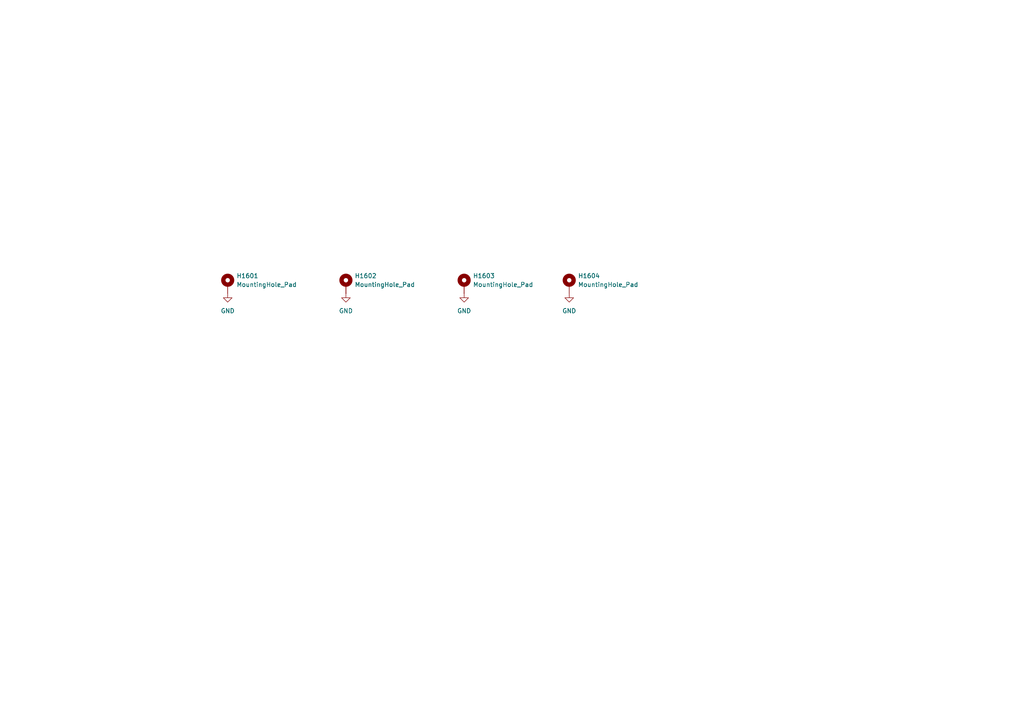
<source format=kicad_sch>
(kicad_sch (version 20231120) (generator "eeschema") (generator_version "8.0")
  (paper "A4")
  (lib_symbols
    (symbol "Mechanical:MountingHole_Pad" (pin_numbers hide) (pin_names (offset 1.016) hide) (exclude_from_sim yes) (in_bom no)
      (property "Reference" "H" (at 0 6.35 0))
      (property "Value" "MountingHole_Pad" (at 0 4.445 0))
      (symbol "MountingHole_Pad_0_1"
        (circle (center 0 1.27) (radius 1.27) (stroke (width 1.27)))
      )
      (symbol "MountingHole_Pad_1_1"
        (pin input line (at 0 -2.54 90) (length 2.54) (name "1") (number "1"))
      )
    )
    (symbol "power:GND" (power) (pin_numbers hide) (pin_names (offset 0) hide)
      (property "Value" "GND" (at 0 -3.81 0))
      (symbol "GND_0_1"
        (polyline (pts (xy 0 0) (xy 0 -1.27) (xy 1.27 -1.27) (xy 0 -2.54) (xy -1.27 -1.27) (xy 0 -1.27)))
      )
      (symbol "GND_1_1"
        (pin power_in line (at 0 0 270) (length 0) (name "~") (number "1"))
      )
    )
  )
  (symbol (lib_id "power:GND") (at 66.04 85.09 0) (unit 1)
    (property "Reference" "#PWR01601" (effects (hide yes)))
    (property "Value" "GND" (at 66.04 90.17 0))
    (property "Description" "Power symbol creates a global label with name \"GND\" , ground" (effects (hide yes)))
  )
  (symbol (lib_id "power:GND") (at 165.1 85.09 0) (unit 1)
    (property "Reference" "#PWR01604" (effects (hide yes)))
    (property "Value" "GND" (at 165.1 90.17 0))
    (property "Description" "Power symbol creates a global label with name \"GND\" , ground" (effects (hide yes)))
  )
  (symbol (lib_id "Mechanical:MountingHole_Pad") (at 134.62 82.55 0) (unit 1) (exclude_from_sim yes) (in_bom no)
    (property "Reference" "H1603" (at 137.16 80.0099 0) (effects (justify left)))
    (property "Value" "MountingHole_Pad" (at 137.16 82.5499 0) (effects (justify left)))
    (property "Description" "Mounting Hole with connection" (effects (hide yes)))
  )
  (symbol (lib_id "power:GND") (at 100.33 85.09 0) (unit 1)
    (property "Reference" "#PWR01602" (effects (hide yes)))
    (property "Value" "GND" (at 100.33 90.17 0))
    (property "Description" "Power symbol creates a global label with name \"GND\" , ground" (effects (hide yes)))
  )
  (symbol (lib_id "power:GND") (at 134.62 85.09 0) (unit 1)
    (property "Reference" "#PWR01603" (effects (hide yes)))
    (property "Value" "GND" (at 134.62 90.17 0))
    (property "Description" "Power symbol creates a global label with name \"GND\" , ground" (effects (hide yes)))
  )
  (symbol (lib_id "Mechanical:MountingHole_Pad") (at 66.04 82.55 0) (unit 1) (exclude_from_sim yes) (in_bom no)
    (property "Reference" "H1601" (at 68.58 80.0099 0) (effects (justify left)))
    (property "Value" "MountingHole_Pad" (at 68.58 82.5499 0) (effects (justify left)))
    (property "Description" "Mounting Hole with connection" (effects (hide yes)))
  )
  (symbol (lib_id "Mechanical:MountingHole_Pad") (at 165.1 82.55 0) (unit 1) (exclude_from_sim yes) (in_bom no)
    (property "Reference" "H1604" (at 167.64 80.0099 0) (effects (justify left)))
    (property "Value" "MountingHole_Pad" (at 167.64 82.5499 0) (effects (justify left)))
    (property "Description" "Mounting Hole with connection" (effects (hide yes)))
  )
  (symbol (lib_id "Mechanical:MountingHole_Pad") (at 100.33 82.55 0) (unit 1) (exclude_from_sim yes) (in_bom no)
    (property "Reference" "H1602" (at 102.87 80.0099 0) (effects (justify left)))
    (property "Value" "MountingHole_Pad" (at 102.87 82.5499 0) (effects (justify left)))
    (property "Description" "Mounting Hole with connection" (effects (hide yes)))
  )
)
</source>
